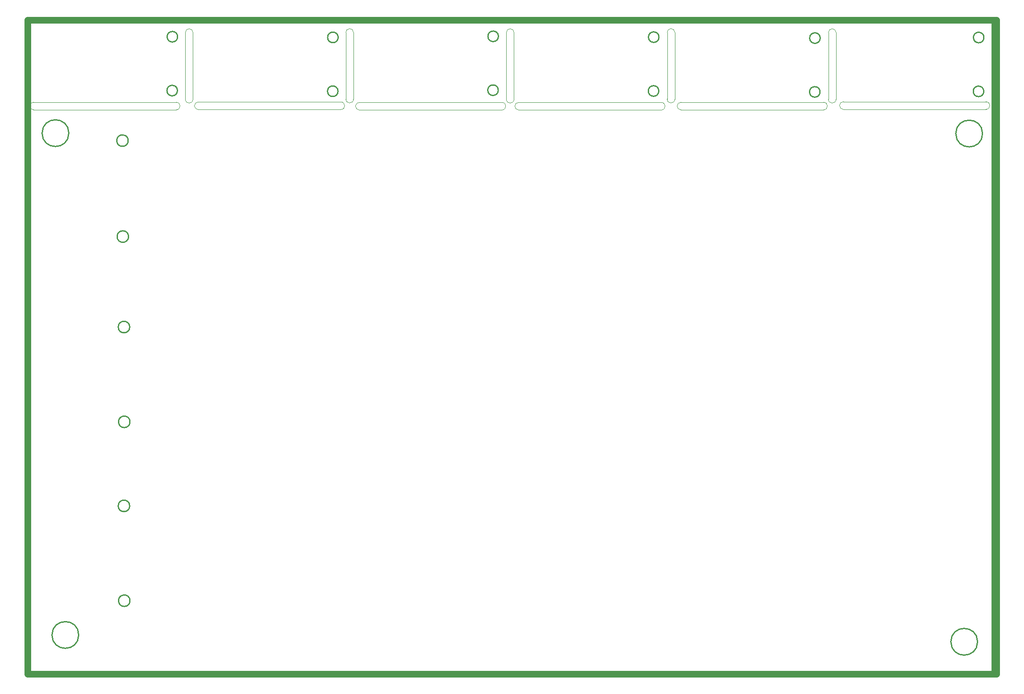
<source format=gm1>
G04*
G04 #@! TF.GenerationSoftware,Altium Limited,Altium Designer,21.6.4 (81)*
G04*
G04 Layer_Color=16711935*
%FSLAX43Y43*%
%MOMM*%
G71*
G04*
G04 #@! TF.SameCoordinates,D99C284B-08BF-42AF-8A75-C17E97AEF409*
G04*
G04*
G04 #@! TF.FilePolarity,Positive*
G04*
G01*
G75*
%ADD13C,0.254*%
%ADD94C,0.013*%
%ADD95C,1.300*%
%ADD96C,1.200*%
D13*
X243138Y163957D02*
G03*
X243138Y163957I-1000J0D01*
G01*
X243169Y174205D02*
G03*
X243169Y174205I-1000J0D01*
G01*
X211998Y163855D02*
G03*
X211998Y163855I-1000J0D01*
G01*
X212029Y174103D02*
G03*
X212029Y174103I-1000J0D01*
G01*
X181340Y164033D02*
G03*
X181340Y164033I-1000J0D01*
G01*
X181371Y174281D02*
G03*
X181371Y174281I-1000J0D01*
G01*
X150809Y164186D02*
G03*
X150809Y164186I-1000J0D01*
G01*
X150840Y174433D02*
G03*
X150840Y174433I-1000J0D01*
G01*
X120329Y163982D02*
G03*
X120329Y163982I-1000J0D01*
G01*
X120360Y174230D02*
G03*
X120360Y174230I-1000J0D01*
G01*
X89829Y174357D02*
G03*
X89829Y174357I-1000J0D01*
G01*
X89798Y164109D02*
G03*
X89798Y164109I-1000J0D01*
G01*
X242900Y155931D02*
G03*
X242900Y155931I-2540J0D01*
G01*
X241960Y59207D02*
G03*
X241960Y59207I-2540J0D01*
G01*
X80716Y85065D02*
G03*
X80716Y85065I-1092J0D01*
G01*
X80775Y67020D02*
G03*
X80775Y67020I-1092J0D01*
G01*
X80776Y101063D02*
G03*
X80776Y101063I-1092J0D01*
G01*
X80721Y119101D02*
G03*
X80721Y119101I-1092J0D01*
G01*
X69139Y156007D02*
G03*
X69139Y156007I-2540J0D01*
G01*
X71018Y60503D02*
G03*
X71018Y60503I-2540J0D01*
G01*
X80506Y136327D02*
G03*
X80506Y136327I-1092J0D01*
G01*
X80434Y154584D02*
G03*
X80434Y154584I-1092J0D01*
G01*
X61341Y53162D02*
X245237D01*
X61341Y177317D02*
X245237D01*
Y53162D02*
Y177317D01*
X61341Y53162D02*
Y177317D01*
D94*
X213594Y162453D02*
G03*
X215041Y162453I723J0D01*
G01*
X215040Y175157D02*
G03*
X213593Y175159I-723J2D01*
G01*
X182937Y162479D02*
G03*
X184383Y162479I723J0D01*
G01*
X184382Y175182D02*
G03*
X182936Y175184I-723J2D01*
G01*
X152355Y162453D02*
G03*
X153801Y162453I723J0D01*
G01*
X153800Y175157D02*
G03*
X152354Y175159I-723J2D01*
G01*
X121825Y162479D02*
G03*
X123271Y162479I723J0D01*
G01*
X123270Y175182D02*
G03*
X121824Y175184I-723J2D01*
G01*
X120879Y160491D02*
G03*
X120879Y161937I0J723D01*
G01*
X93748Y161937D02*
G03*
X93746Y160491I-2J-723D01*
G01*
X243561Y160541D02*
G03*
X243561Y161988I0J723D01*
G01*
X216430Y161988D02*
G03*
X216428Y160541I-2J-723D01*
G01*
X212674Y160440D02*
G03*
X212674Y161886I0J723D01*
G01*
X185544Y161886D02*
G03*
X185541Y160440I-2J-723D01*
G01*
X181813Y160414D02*
G03*
X181813Y161861I0J723D01*
G01*
X154683Y161861D02*
G03*
X154680Y160414I-2J-723D01*
G01*
X151511Y160414D02*
G03*
X151511Y161861I0J723D01*
G01*
X124381Y161861D02*
G03*
X124378Y160414I-2J-723D01*
G01*
X62435Y161899D02*
G03*
X62433Y160453I-2J-723D01*
G01*
X89566Y160453D02*
G03*
X89566Y161899I0J723D01*
G01*
X92751Y175157D02*
G03*
X91305Y175159I-723J2D01*
G01*
X91306Y162453D02*
G03*
X92752Y162453I723J0D01*
G01*
X215040Y175157D02*
X215041Y162453D01*
X213593Y175159D02*
X213594Y162453D01*
X184382Y175182D02*
X184383Y162479D01*
X182936Y175184D02*
X182937Y162479D01*
X153800Y175157D02*
X153801Y162453D01*
X152354Y175159D02*
X152355Y162453D01*
X123270Y175182D02*
X123271Y162479D01*
X121824Y175184D02*
X121825Y162479D01*
X93746Y160488D02*
X120879Y160491D01*
X93748Y161937D02*
X120879Y161937D01*
X216428Y160539D02*
X243561Y160541D01*
X216430Y161988D02*
X243561Y161988D01*
X185541Y160437D02*
X212674Y160440D01*
X185544Y161886D02*
X212674Y161886D01*
X154680Y160412D02*
X181813Y160414D01*
X154683Y161861D02*
X181813Y161861D01*
X124378Y160412D02*
X151511Y160414D01*
X124381Y161861D02*
X151511Y161861D01*
X62435Y161899D02*
X89566Y161899D01*
X62433Y160450D02*
X89566Y160453D01*
X91305Y175159D02*
X91306Y162453D01*
X92751Y175157D02*
X92752Y162453D01*
D95*
X61341Y53061D02*
X245517D01*
X61341Y177546D02*
X245517D01*
Y53061D02*
Y177546D01*
X61341Y53061D02*
Y177546D01*
D96*
X61341Y53213D02*
X61341Y177546D01*
X245237Y53467D02*
X245237Y177546D01*
M02*

</source>
